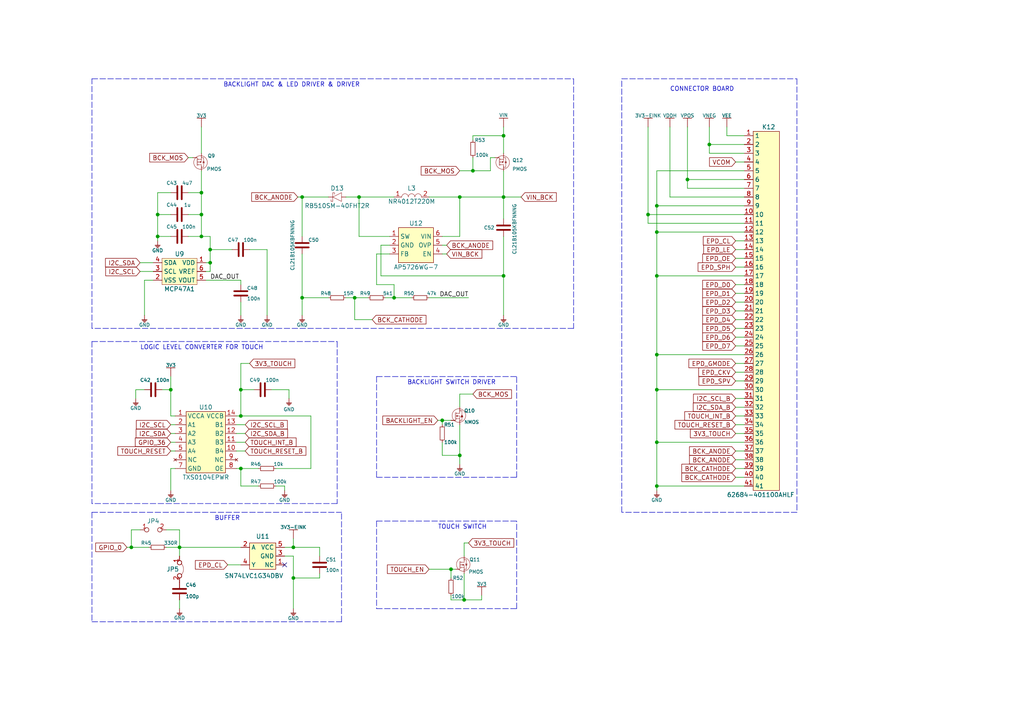
<source format=kicad_sch>
(kicad_sch (version 20211123) (generator eeschema)
  (paper "A4")
  (title_block (title "Soldered Inkplate PLUS2") (date "2023-04-13") (rev "V1.1.0.") (company "SOLDERED"))
  (lib_symbols
    (symbol "e-radionica.com schematics:0603C" (pin_numbers hide) (pin_names (offset 0.002))
      (property "Reference" "C" (at 0 3.81 0))
      (property "Value" "0603C" (at 0 -3.175 0))
      (symbol "0603C_0_1"
        (polyline (pts (xy -0.635 1.905) (xy -0.635 -1.905)) (stroke (width 0.5)))
        (polyline (pts (xy 0.635 1.905) (xy 0.635 -1.905)) (stroke (width 0.5)))
      )
      (symbol "0603C_1_1"
        (pin passive line (at -2.54 0 0) (length 1.9) (name "~") (number "1"))
        (pin passive line (at 2.54 0 180) (length 1.9) (name "~") (number "2"))
      )
    )
    (symbol "e-radionica.com schematics:0603R" (pin_numbers hide) (pin_names (offset 0.254))
      (property "Reference" "R" (at 0 1.27 0))
      (property "Value" "0603R" (at 0 -1.905 0))
      (symbol "0603R_0_1"
        (rectangle (start -1.905 0.635) (end 1.905 -0.635) (stroke (width 0.15)))
      )
      (symbol "0603R_1_1"
        (pin passive line (at -2.54 0 0) (length 0.63) (name "~") (number "1"))
        (pin passive line (at 2.54 0 180) (length 0.63) (name "~") (number "2"))
      )
    )
    (symbol "e-radionica.com schematics:0805C" (pin_numbers hide)
      (property "Reference" "C" (at 0 3.81 0))
      (property "Value" "0805C" (at 0 -3.175 0))
      (symbol "0805C_0_1"
        (polyline (pts (xy -0.635 1.905) (xy -0.635 -1.905)) (stroke (width 0.5)))
        (polyline (pts (xy 0.635 1.905) (xy 0.635 -1.905)) (stroke (width 0.5)))
      )
      (symbol "0805C_1_1"
        (pin passive line (at -2.54 0 0) (length 1.9) (name "~") (number "1"))
        (pin passive line (at 2.54 0 180) (length 1.9) (name "~") (number "2"))
      )
    )
    (symbol "e-radionica.com schematics:3V3" (power) (pin_names (offset 0))
      (property "Value" "3V3" (at 0 3.556 0))
      (symbol "3V3_0_1"
        (polyline (pts (xy -1.27 2.54) (xy 1.27 2.54)) (stroke (width 0.16)))
        (polyline (pts (xy 0 0) (xy 0 2.54)))
      )
      (symbol "3V3_1_1"
        (pin power_in line (at 0 0 90) (length 0) hide (name "3V3") (number "1"))
      )
    )
    (symbol "e-radionica.com schematics:3V3-EINK" (power) (pin_names (offset 0))
      (property "Value" "3V3-EINK" (at 0 3.556 0))
      (symbol "3V3-EINK_0_1"
        (polyline (pts (xy -1.27 2.54) (xy 1.27 2.54)) (stroke (width 0.16)))
        (polyline (pts (xy 0 0) (xy 0 2.54)))
      )
      (symbol "3V3-EINK_1_1"
        (pin power_in line (at 0 0 90) (length 0) hide (name "3V3-EINK") (number "1"))
      )
    )
    (symbol "e-radionica.com schematics:62684-401100AHLF"
      (property "Reference" "K" (at 0 52.07 0))
      (property "Value" "62684-401100AHLF" (at 0 -54.61 0))
      (symbol "62684-401100AHLF_0_1"
        (rectangle (start -3.81 50.8) (end 3.81 -53.34) (stroke (width 0.1524)) (fill (type background)))
      )
      (symbol "62684-401100AHLF_1_1"
        (pin input line (at -6.35 49.53 0) (length 2.54) (name "1") (number "1"))
        (pin input line (at -6.35 26.67 0) (length 2.54) (name "10") (number "10"))
        (pin input line (at -6.35 24.13 0) (length 2.54) (name "11") (number "11"))
        (pin input line (at -6.35 21.59 0) (length 2.54) (name "12") (number "12"))
        (pin input line (at -6.35 19.05 0) (length 2.54) (name "13") (number "13"))
        (pin input line (at -6.35 16.51 0) (length 2.54) (name "14") (number "14"))
        (pin input line (at -6.35 13.97 0) (length 2.54) (name "15") (number "15"))
        (pin input line (at -6.35 11.43 0) (length 2.54) (name "16") (number "16"))
        (pin input line (at -6.35 8.89 0) (length 2.54) (name "17") (number "17"))
        (pin input line (at -6.35 6.35 0) (length 2.54) (name "18") (number "18"))
        (pin input line (at -6.35 3.81 0) (length 2.54) (name "19") (number "19"))
        (pin input line (at -6.35 46.99 0) (length 2.54) (name "2") (number "2"))
        (pin input line (at -6.35 1.27 0) (length 2.54) (name "20") (number "20"))
        (pin input line (at -6.35 -1.27 0) (length 2.54) (name "21") (number "21"))
        (pin input line (at -6.35 -3.81 0) (length 2.54) (name "22") (number "22"))
        (pin input line (at -6.35 -6.35 0) (length 2.54) (name "23") (number "23"))
        (pin input line (at -6.35 -8.89 0) (length 2.54) (name "24") (number "24"))
        (pin input line (at -6.35 -11.43 0) (length 2.54) (name "25") (number "25"))
        (pin input line (at -6.35 -13.97 0) (length 2.54) (name "26") (number "26"))
        (pin input line (at -6.35 -16.51 0) (length 2.54) (name "27") (number "27"))
        (pin input line (at -6.35 -19.05 0) (length 2.54) (name "28") (number "28"))
        (pin input line (at -6.35 -21.59 0) (length 2.54) (name "29") (number "29"))
        (pin input line (at -6.35 44.45 0) (length 2.54) (name "3") (number "3"))
        (pin input line (at -6.35 -24.13 0) (length 2.54) (name "30") (number "30"))
        (pin input line (at -6.35 -26.67 0) (length 2.54) (name "31") (number "31"))
        (pin input line (at -6.35 -29.21 0) (length 2.54) (name "32") (number "32"))
        (pin input line (at -6.35 -31.75 0) (length 2.54) (name "33") (number "33"))
        (pin input line (at -6.35 -34.29 0) (length 2.54) (name "34") (number "34"))
        (pin input line (at -6.35 -36.83 0) (length 2.54) (name "35") (number "35"))
        (pin input line (at -6.35 -39.37 0) (length 2.54) (name "36") (number "36"))
        (pin input line (at -6.35 -41.91 0) (length 2.54) (name "37") (number "37"))
        (pin input line (at -6.35 -44.45 0) (length 2.54) (name "38") (number "38"))
        (pin input line (at -6.35 -46.99 0) (length 2.54) (name "39") (number "39"))
        (pin input line (at -6.35 41.91 0) (length 2.54) (name "4") (number "4"))
        (pin input line (at -6.35 -49.53 0) (length 2.54) (name "40") (number "40"))
        (pin input line (at -6.35 -52.07 0) (length 2.54) (name "41") (number "41"))
        (pin input line (at -6.35 39.37 0) (length 2.54) (name "5") (number "5"))
        (pin input line (at -6.35 36.83 0) (length 2.54) (name "6") (number "6"))
        (pin input line (at -6.35 34.29 0) (length 2.54) (name "7") (number "7"))
        (pin input line (at -6.35 31.75 0) (length 2.54) (name "8") (number "8"))
        (pin input line (at -6.35 29.21 0) (length 2.54) (name "9") (number "9"))
      )
    )
    (symbol "e-radionica.com schematics:AP5726WG-7"
      (property "Reference" "U" (at 0 6.35 0))
      (property "Value" "AP5726WG-7" (at 0 -6.35 0))
      (symbol "AP5726WG-7_0_1"
        (rectangle (start -5.08 5.08) (end 5.08 -5.08) (fill (type background)))
      )
      (symbol "AP5726WG-7_1_1"
        (pin passive line (at -7.62 2.54 0) (length 2.54) (name "SW") (number "1"))
        (pin passive line (at -7.62 0 0) (length 2.54) (name "GND") (number "2"))
        (pin passive line (at -7.62 -2.54 0) (length 2.54) (name "FB") (number "3"))
        (pin passive line (at 7.62 -2.54 180) (length 2.54) (name "EN") (number "4"))
        (pin passive line (at 7.62 0 180) (length 2.54) (name "OVP") (number "5"))
        (pin passive line (at 7.62 2.54 180) (length 2.54) (name "VIN") (number "6"))
      )
    )
    (symbol "e-radionica.com schematics:GND" (power) (pin_names (offset 0))
      (property "Value" "GND" (at 0 -2.921 0))
      (symbol "GND_0_1"
        (polyline (pts (xy -0.762 -1.27) (xy 0.762 -1.27)) (stroke (width 0.16)))
        (polyline (pts (xy -0.635 -1.524) (xy 0.635 -1.524)) (stroke (width 0.16)))
        (polyline (pts (xy -0.381 -1.778) (xy 0.381 -1.778)) (stroke (width 0.16)))
        (polyline (pts (xy -0.127 -2.032) (xy 0.127 -2.032)) (stroke (width 0.16)))
        (polyline (pts (xy 0 0) (xy 0 -1.27)) (stroke (width 0.16)))
      )
      (symbol "GND_1_1"
        (pin power_in line (at 0 0 270) (length 0) hide (name "GND") (number "1"))
      )
    )
    (symbol "e-radionica.com schematics:MCP47A1"
      (property "Reference" "U" (at 0 5.08 0))
      (property "Value" "MCP47A1" (at 0 -5.08 0))
      (symbol "MCP47A1_0_1"
        (rectangle (start -5.08 3.81) (end 5.08 -3.81) (stroke (width 0.1)) (fill (type background)))
      )
      (symbol "MCP47A1_1_1"
        (pin power_in line (at 7.62 2.54 180) (length 2.54) (name "VDD") (number "1"))
        (pin power_in line (at -7.62 -2.54 0) (length 2.54) (name "VSS") (number "2"))
        (pin bidirectional line (at -7.62 0 0) (length 2.54) (name "SCL") (number "3"))
        (pin bidirectional line (at -7.62 2.54 0) (length 2.54) (name "SDA") (number "4"))
        (pin bidirectional line (at 7.62 -2.54 180) (length 2.54) (name "VOUT") (number "5"))
        (pin bidirectional line (at 7.62 0 180) (length 2.54) (name "VREF") (number "6"))
      )
    )
    (symbol "e-radionica.com schematics:NMOS-SOT-23-3" (pin_numbers hide) (pin_names hide)
      (property "Reference" "Q" (at -1.143 2.921 0))
      (property "Value" "NMOS-SOT-23-3" (at 1.524 -3.937 0))
      (symbol "NMOS-SOT-23-3_0_1"
        (polyline (pts (xy 0 -1.27) (xy 0 1.016)) (stroke (width 0.1)))
        (polyline (pts (xy 0.254 -1.016) (xy 0.254 -0.508)) (stroke (width 0.1)))
        (polyline (pts (xy 0.254 -0.762) (xy 1.27 -0.762)) (stroke (width 0.1)))
        (polyline (pts (xy 0.254 -0.254) (xy 0.254 0.254)) (stroke (width 0.1)))
        (polyline (pts (xy 0.254 0.762) (xy 1.27 0.762)) (stroke (width 0.1)))
        (polyline (pts (xy 0.254 1.016) (xy 0.254 0.508)) (stroke (width 0.1)))
        (polyline (pts (xy 1.27 -1.27) (xy 1.27 -0.762)) (stroke (width 0.1)))
        (polyline (pts (xy 1.27 0.762) (xy 1.27 1.27)) (stroke (width 0.1)))
        (polyline (pts (xy 1.651 -0.254) (xy 1.905 0.127)) (stroke (width 0.2)))
        (polyline (pts (xy 1.651 0.127) (xy 2.159 0.127)) (stroke (width 0.0006)))
        (polyline (pts (xy 0.254 0) (xy 1.27 0) (xy 1.27 -0.762)) (stroke (width 0.1)))
        (polyline (pts (xy 1.651 -0.254) (xy 2.159 -0.254) (xy 1.905 0.127)) (stroke (width 0.2)))
        (polyline (pts (xy 0.381 0) (xy 0.635 0.254) (xy 0.635 -0.254) (xy 0.381 0)) (stroke (width 0.1)))
        (polyline (pts (xy 1.27 -1.27) (xy 1.905 -1.27) (xy 1.905 1.524) (xy 1.27 1.524)) (stroke (width 0.1)))
        (circle (center 1.016 0.127) (radius 1.9716) (stroke (width 0.1)))
      )
      (symbol "NMOS-SOT-23-3_1_1"
        (pin passive line (at -1.27 -1.27 0) (length 1.27) (name "G") (number "1"))
        (pin passive line (at 1.27 -2.54 90) (length 1.27) (name "S") (number "2"))
        (pin passive line (at 1.27 2.54 270) (length 1.27) (name "D") (number "3"))
      )
    )
    (symbol "e-radionica.com schematics:NR4012T220M"
      (property "Reference" "L" (at 0 2.54 0))
      (property "Value" "NR4012T220M" (at 0 -1.27 0))
      (symbol "NR4012T220M_0_1"
        (arc (start -0.9525 0.0138) (mid -1.905 0.9526) (end -2.8575 0.0138) (stroke (width 0.1)))
        (arc (start 0.9525 0.0138) (mid 0 0.9526) (end -0.9525 0.0138) (stroke (width 0.1)))
        (arc (start 2.8575 0.0138) (mid 1.905 0.9526) (end 0.9525 0.0138) (stroke (width 0.1)))
      )
      (symbol "NR4012T220M_1_1"
        (pin passive line (at -5.08 0 0) (length 2.2) (name "") (number "1"))
        (pin passive line (at 5.08 0 180) (length 2.2) (name "") (number "2"))
      )
    )
    (symbol "e-radionica.com schematics:PMOS-SOT-23-3" (pin_numbers hide) (pin_names hide)
      (property "Reference" "Q" (at -1.27 2.54 0))
      (property "Value" "PMOS-SOT-23-3" (at 0.381 -4.064 0))
      (symbol "PMOS-SOT-23-3_0_1"
        (polyline (pts (xy 0 -1.27) (xy 0 1.016)) (stroke (width 0.1)))
        (polyline (pts (xy 0.254 -1.016) (xy 0.254 -0.508)) (stroke (width 0.1)))
        (polyline (pts (xy 0.254 -0.762) (xy 1.27 -0.762)) (stroke (width 0.1)))
        (polyline (pts (xy 0.254 -0.254) (xy 0.254 0.254)) (stroke (width 0.1)))
        (polyline (pts (xy 0.254 0.762) (xy 1.27 0.762)) (stroke (width 0.1)))
        (polyline (pts (xy 0.254 1.016) (xy 0.254 0.508)) (stroke (width 0.1)))
        (polyline (pts (xy 1.27 -1.27) (xy 1.27 -0.762)) (stroke (width 0.1)))
        (polyline (pts (xy 1.27 0.762) (xy 1.27 1.27)) (stroke (width 0.1)))
        (polyline (pts (xy 2.159 -0.127) (xy 1.651 -0.127)) (stroke (width 0.1)))
        (polyline (pts (xy 2.159 0.254) (xy 1.905 -0.127)) (stroke (width 0.1)))
        (polyline (pts (xy 0.254 0) (xy 1.27 0) (xy 1.27 -0.762)) (stroke (width 0.1)))
        (polyline (pts (xy 2.159 0.254) (xy 1.651 0.254) (xy 1.905 -0.127)) (stroke (width 0.1)))
        (polyline (pts (xy 1.143 0) (xy 0.889 -0.254) (xy 0.889 0.254) (xy 1.143 0)) (stroke (width 0.1)))
        (polyline (pts (xy 1.27 -1.27) (xy 1.905 -1.27) (xy 1.905 1.524) (xy 1.27 1.524)) (stroke (width 0.1)))
        (circle (center 1.016 0.127) (radius 1.9716) (stroke (width 0.1)))
      )
      (symbol "PMOS-SOT-23-3_1_1"
        (pin passive line (at -1.27 -1.27 0) (length 1.27) (name "G") (number "1"))
        (pin passive line (at 1.27 -2.54 90) (length 1.27) (name "S") (number "2"))
        (pin passive line (at 1.27 2.54 270) (length 1.27) (name "D") (number "3"))
      )
    )
    (symbol "e-radionica.com schematics:RB510SM-40FHT2R" (pin_numbers hide) (pin_names hide)
      (property "Reference" "D" (at 0 2.54 0))
      (property "Value" "RB510SM-40FHT2R" (at 0 3.81 0))
      (symbol "RB510SM-40FHT2R_0_1"
        (polyline (pts (xy -1.27 1.27) (xy -1.27 -1.27) (xy 1.27 0) (xy -1.27 1.27)) (stroke (width 0.1)))
        (polyline (pts (xy 1.27 1.27) (xy 1.27 -1.27) (xy 0.762 -1.27) (xy 0.762 -0.762)) (stroke (width 0.1)))
        (polyline (pts (xy 1.27 1.27) (xy 1.778 1.27) (xy 1.778 0.762) (xy 1.778 1.016)) (stroke (width 0.1)))
      )
      (symbol "RB510SM-40FHT2R_1_1"
        (pin passive line (at -2.54 0 0) (length 1.27) (name "A") (number "1"))
        (pin passive line (at 2.54 0 180) (length 1.27) (name "K") (number "2"))
      )
    )
    (symbol "e-radionica.com schematics:SMD-JUMPER-CONNECTED_TRACE_SOLDERMASK"
      (property "Reference" "JP" (at 0 3.556 0))
      (property "Value" "SMD-JUMPER-CONNECTED_TRACE_SOLDERMASK" (at 0 -2.54 0))
      (symbol "SMD-JUMPER-CONNECTED_TRACE_SOLDERMASK_0_1"
        (arc (start 1.5845 0.5996) (mid -0.0202 1.1519) (end -1.6159 0.5742) (stroke (width 0.1)))
      )
      (symbol "SMD-JUMPER-CONNECTED_TRACE_SOLDERMASK_1_1"
        (pin passive inverted (at -3.81 0 0) (length 2.54) (name "") (number "1"))
        (pin passive inverted (at 3.81 0 180) (length 2.54) (name "") (number "2"))
      )
    )
    (symbol "e-radionica.com schematics:SMD_JUMPER"
      (property "Reference" "JP" (at 0 1.397 0))
      (property "Value" "SMD_JUMPER" (at 0 -2.54 0))
      (symbol "SMD_JUMPER_1_1"
        (pin passive inverted (at -3.81 0 0) (length 2.54) (name "") (number "1"))
        (pin passive inverted (at 3.81 0 180) (length 2.54) (name "") (number "2"))
      )
    )
    (symbol "e-radionica.com schematics:SN74LVC1G34DBV"
      (property "Reference" "U" (at -2.54 5.08 0))
      (property "Value" "SN74LVC1G34DBV" (at -1.27 7.62 0))
      (symbol "SN74LVC1G34DBV_0_0"
        (rectangle (start -3.81 3.81) (end 3.81 -3.81) (fill (type background)))
      )
      (symbol "SN74LVC1G34DBV_1_1"
        (pin passive line (at 6.35 -2.54 180) (length 2.54) (name "NC") (number "1"))
        (pin passive line (at -6.35 2.54 0) (length 2.54) (name "A") (number "2"))
        (pin passive line (at 6.35 0 180) (length 2.54) (name "GND") (number "3"))
        (pin passive line (at -6.35 -2.54 0) (length 2.54) (name "Y") (number "4"))
        (pin passive line (at 6.35 2.54 180) (length 2.54) (name "VCC") (number "5"))
      )
    )
    (symbol "e-radionica.com schematics:TXS0104EPWR"
      (property "Reference" "U" (at 0 10.16 0))
      (property "Value" "TXS0104EPWR" (at 0 -10.16 0))
      (symbol "TXS0104EPWR_0_1"
        (rectangle (start -5.715 8.89) (end 5.715 -8.89) (fill (type background)))
      )
      (symbol "TXS0104EPWR_1_1"
        (pin power_in line (at -8.89 7.62 0) (length 3.1) (name "VCCA") (number "1"))
        (pin passive line (at 8.89 -2.54 180) (length 3.1) (name "B4") (number "10"))
        (pin passive line (at 8.89 0 180) (length 3.1) (name "B3") (number "11"))
        (pin passive line (at 8.89 2.54 180) (length 3.1) (name "B2") (number "12"))
        (pin passive line (at 8.89 5.08 180) (length 3.1) (name "B1") (number "13"))
        (pin power_out line (at 8.89 7.62 180) (length 3.1) (name "VCCB") (number "14"))
        (pin passive line (at -8.89 5.08 0) (length 3.1) (name "A1") (number "2"))
        (pin passive line (at -8.89 2.54 0) (length 3.1) (name "A2") (number "3"))
        (pin passive line (at -8.89 0 0) (length 3.1) (name "A3") (number "4"))
        (pin passive line (at -8.89 -2.54 0) (length 3.1) (name "A4") (number "5"))
        (pin no_connect line (at -8.89 -5.08 0) (length 3.1) (name "NC") (number "6"))
        (pin passive line (at -8.89 -7.62 0) (length 3.1) (name "GND") (number "7"))
        (pin passive line (at 8.89 -7.62 180) (length 3.1) (name "OE") (number "8"))
        (pin no_connect line (at 8.89 -5.08 180) (length 3.1) (name "NC") (number "9"))
      )
    )
    (symbol "e-radionica.com schematics:VDDH" (power) (pin_names (offset 0))
      (property "Value" "VDDH" (at 0 3.556 0))
      (symbol "VDDH_0_1"
        (polyline (pts (xy -1.27 2.54) (xy 1.27 2.54)) (stroke (width 0.16)))
        (polyline (pts (xy 0 0) (xy 0 2.54)))
      )
      (symbol "VDDH_1_1"
        (pin power_in line (at 0 0 90) (length 0) hide (name "VDDH") (number "1"))
      )
    )
    (symbol "e-radionica.com schematics:VEE" (power) (pin_names (offset 0))
      (property "Value" "VEE" (at 0 3.556 0))
      (symbol "VEE_0_1"
        (polyline (pts (xy -1.27 2.54) (xy 1.27 2.54)) (stroke (width 0.16)))
        (polyline (pts (xy 0 0) (xy 0 2.54)))
      )
      (symbol "VEE_1_1"
        (pin power_in line (at 0 0 90) (length 0) hide (name "VEE") (number "1"))
      )
    )
    (symbol "e-radionica.com schematics:VIN" (power) (pin_names (offset 0))
      (property "Value" "VIN" (at 0 3.556 0))
      (symbol "VIN_0_1"
        (polyline (pts (xy -1.27 2.54) (xy 1.27 2.54)) (stroke (width 0.16)))
        (polyline (pts (xy 0 0) (xy 0 2.54)))
      )
      (symbol "VIN_1_1"
        (pin power_in line (at 0 0 90) (length 0) hide (name "VIN") (number "1"))
      )
    )
    (symbol "e-radionica.com schematics:VNEG" (power) (pin_names (offset 0))
      (property "Value" "VNEG" (at 0 3.556 0))
      (symbol "VNEG_0_1"
        (polyline (pts (xy -1.27 2.54) (xy 1.27 2.54)) (stroke (width 0.16)))
        (polyline (pts (xy 0 0) (xy 0 2.54)))
      )
      (symbol "VNEG_1_1"
        (pin power_in line (at 0 0 90) (length 0) hide (name "VNEG") (number "1"))
      )
    )
    (symbol "e-radionica.com schematics:VPOS" (power) (pin_names (offset 0))
      (property "Value" "VPOS" (at 0 3.556 0))
      (symbol "VPOS_0_1"
        (polyline (pts (xy -1.27 2.54) (xy 1.27 2.54)) (stroke (width 0.16)))
        (polyline (pts (xy 0 0) (xy 0 2.54)))
      )
      (symbol "VPOS_1_1"
        (pin power_in line (at 0 0 90) (length 0) hide (name "VPOS") (number "1"))
      )
    )
  )
  (junction (at 58.42 62.23))
  (junction (at 190.5 67.31))
  (junction (at 60.96 76.2))
  (junction (at 199.39 52.07))
  (junction (at 146.05 80.01))
  (junction (at 190.5 59.69))
  (junction (at 190.5 102.87))
  (junction (at 38.1 158.75))
  (junction (at 205.74 41.91))
  (junction (at 87.63 86.36))
  (junction (at 190.5 113.03))
  (junction (at 190.5 80.01))
  (junction (at 134.62 173.99))
  (junction (at 58.42 55.88))
  (junction (at 146.05 39.37))
  (junction (at 69.85 135.89))
  (junction (at 60.96 72.39))
  (junction (at 137.16 49.53))
  (junction (at 133.35 57.15))
  (junction (at 58.42 68.58))
  (junction (at 69.85 113.03))
  (junction (at 130.81 165.1))
  (junction (at 128.27 121.92))
  (junction (at 146.05 57.15))
  (junction (at 69.85 120.65))
  (junction (at 187.96 62.23))
  (junction (at 45.72 68.58))
  (junction (at 114.3 86.36))
  (junction (at 87.63 57.15))
  (junction (at 190.5 128.27))
  (junction (at 52.07 158.75))
  (junction (at 102.87 86.36))
  (junction (at 85.09 158.75))
  (junction (at 190.5 140.97))
  (junction (at 85.09 167.64))
  (junction (at 104.14 57.15))
  (junction (at 133.35 132.08))
  (junction (at 45.72 62.23))
  (junction (at 49.53 113.03))
  (no_connect (at 82.55 163.83))
  (wire (pts (xy 111.76 86.36) (xy 114.3 86.36)))
  (wire (pts (xy 114.3 86.36) (xy 119.38 86.36)))
  (wire (pts (xy 85.09 167.64) (xy 92.71 167.64)))
  (wire (pts (xy 215.9 49.53) (xy 190.5 49.53)))
  (wire (pts (xy 130.81 172.72) (xy 130.81 173.99)))
  (wire (pts (xy 48.26 158.75) (xy 52.07 158.75)))
  (wire (pts (xy 146.05 57.15) (xy 146.05 49.53)))
  (wire (pts (xy 68.58 135.89) (xy 69.85 135.89)))
  (wire (pts (xy 199.39 52.07) (xy 215.9 52.07)))
  (wire (pts (xy 49.53 125.73) (xy 50.8 125.73)))
  (wire (pts (xy 143.51 45.72) (xy 142.24 45.72)))
  (wire (pts (xy 199.39 54.61) (xy 199.39 52.07)))
  (wire (pts (xy 133.35 68.58) (xy 133.35 57.15)))
  (wire (pts (xy 213.36 74.93) (xy 215.9 74.93)))
  (wire (pts (xy 46.99 113.03) (xy 49.53 113.03)))
  (wire (pts (xy 50.8 120.65) (xy 49.53 120.65)))
  (wire (pts (xy 102.87 92.71) (xy 102.87 86.36)))
  (polyline (pts (xy 231.14 22.86) (xy 231.14 148.59)))
  (wire (pts (xy 85.09 158.75) (xy 92.71 158.75)))
  (polyline (pts (xy 149.86 176.53) (xy 149.86 151.13)))
  (wire (pts (xy 85.09 161.29) (xy 85.09 167.64)))
  (polyline (pts (xy 180.34 148.59) (xy 180.34 22.86)))
  (polyline (pts (xy 26.67 99.06) (xy 26.67 146.05)))
  (wire (pts (xy 133.35 123.19) (xy 133.35 132.08)))
  (wire (pts (xy 92.71 166.37) (xy 92.71 167.64)))
  (wire (pts (xy 213.36 85.09) (xy 215.9 85.09)))
  (wire (pts (xy 137.16 39.37) (xy 146.05 39.37)))
  (wire (pts (xy 210.82 39.37) (xy 215.9 39.37)))
  (wire (pts (xy 213.36 120.65) (xy 215.9 120.65)))
  (wire (pts (xy 40.64 153.67) (xy 38.1 153.67)))
  (polyline (pts (xy 26.67 148.59) (xy 26.67 180.34)))
  (wire (pts (xy 68.58 125.73) (xy 71.12 125.73)))
  (wire (pts (xy 49.53 113.03) (xy 49.53 120.65)))
  (polyline (pts (xy 26.67 22.86) (xy 166.37 22.86)))
  (wire (pts (xy 137.16 45.72) (xy 137.16 49.53)))
  (wire (pts (xy 213.36 97.79) (xy 215.9 97.79)))
  (wire (pts (xy 146.05 36.83) (xy 146.05 39.37)))
  (wire (pts (xy 190.5 80.01) (xy 190.5 102.87)))
  (wire (pts (xy 58.42 49.53) (xy 58.42 55.88)))
  (wire (pts (xy 130.81 165.1) (xy 132.08 165.1)))
  (polyline (pts (xy 166.37 22.86) (xy 166.37 95.25)))
  (wire (pts (xy 49.53 142.24) (xy 49.53 135.89)))
  (wire (pts (xy 146.05 57.15) (xy 151.13 57.15)))
  (polyline (pts (xy 109.22 138.43) (xy 149.86 138.43)))
  (wire (pts (xy 134.62 161.29) (xy 134.62 157.48)))
  (wire (pts (xy 146.05 39.37) (xy 146.05 44.45)))
  (wire (pts (xy 109.22 73.66) (xy 109.22 82.55)))
  (wire (pts (xy 213.36 87.63) (xy 215.9 87.63)))
  (polyline (pts (xy 109.22 109.22) (xy 109.22 138.43)))
  (wire (pts (xy 48.26 153.67) (xy 52.07 153.67)))
  (wire (pts (xy 58.42 62.23) (xy 58.42 68.58)))
  (wire (pts (xy 80.01 140.97) (xy 82.55 140.97)))
  (wire (pts (xy 82.55 161.29) (xy 85.09 161.29)))
  (wire (pts (xy 58.42 68.58) (xy 60.96 68.58)))
  (wire (pts (xy 190.5 128.27) (xy 190.5 140.97)))
  (wire (pts (xy 87.63 86.36) (xy 87.63 91.44)))
  (wire (pts (xy 128.27 71.12) (xy 129.54 71.12)))
  (wire (pts (xy 215.9 140.97) (xy 190.5 140.97)))
  (wire (pts (xy 82.55 142.24) (xy 82.55 140.97)))
  (polyline (pts (xy 180.34 22.86) (xy 231.14 22.86)))
  (wire (pts (xy 38.1 158.75) (xy 43.18 158.75)))
  (wire (pts (xy 86.36 57.15) (xy 87.63 57.15)))
  (wire (pts (xy 146.05 68.58) (xy 146.05 80.01)))
  (wire (pts (xy 130.81 173.99) (xy 134.62 173.99)))
  (wire (pts (xy 68.58 123.19) (xy 71.12 123.19)))
  (wire (pts (xy 49.53 128.27) (xy 50.8 128.27)))
  (polyline (pts (xy 26.67 148.59) (xy 99.06 148.59)))
  (wire (pts (xy 100.33 57.15) (xy 104.14 57.15)))
  (wire (pts (xy 87.63 57.15) (xy 95.25 57.15)))
  (wire (pts (xy 85.09 156.21) (xy 85.09 158.75)))
  (wire (pts (xy 213.36 125.73) (xy 215.9 125.73)))
  (wire (pts (xy 133.35 49.53) (xy 137.16 49.53)))
  (wire (pts (xy 54.61 55.88) (xy 58.42 55.88)))
  (wire (pts (xy 69.85 120.65) (xy 69.85 113.03)))
  (wire (pts (xy 128.27 128.27) (xy 128.27 132.08)))
  (wire (pts (xy 134.62 166.37) (xy 134.62 173.99)))
  (wire (pts (xy 190.5 59.69) (xy 215.9 59.69)))
  (polyline (pts (xy 26.67 99.06) (xy 97.79 99.06)))
  (wire (pts (xy 190.5 113.03) (xy 190.5 128.27)))
  (wire (pts (xy 187.96 62.23) (xy 187.96 36.83)))
  (wire (pts (xy 87.63 57.15) (xy 87.63 68.58)))
  (wire (pts (xy 39.37 115.57) (xy 39.37 113.03)))
  (wire (pts (xy 69.85 135.89) (xy 74.93 135.89)))
  (wire (pts (xy 128.27 68.58) (xy 133.35 68.58)))
  (wire (pts (xy 213.36 107.95) (xy 215.9 107.95)))
  (wire (pts (xy 187.96 62.23) (xy 215.9 62.23)))
  (wire (pts (xy 133.35 114.3) (xy 133.35 118.11)))
  (wire (pts (xy 133.35 57.15) (xy 146.05 57.15)))
  (wire (pts (xy 58.42 36.83) (xy 58.42 44.45)))
  (polyline (pts (xy 97.79 99.06) (xy 97.79 146.05)))
  (wire (pts (xy 85.09 167.64) (xy 85.09 176.53)))
  (wire (pts (xy 58.42 55.88) (xy 58.42 62.23)))
  (wire (pts (xy 69.85 113.03) (xy 73.66 113.03)))
  (wire (pts (xy 137.16 49.53) (xy 142.24 49.53)))
  (wire (pts (xy 83.82 115.57) (xy 83.82 113.03)))
  (wire (pts (xy 36.83 158.75) (xy 38.1 158.75)))
  (wire (pts (xy 39.37 113.03) (xy 41.91 113.03)))
  (wire (pts (xy 69.85 105.41) (xy 69.85 113.03)))
  (wire (pts (xy 213.36 95.25) (xy 215.9 95.25)))
  (wire (pts (xy 199.39 54.61) (xy 215.9 54.61)))
  (wire (pts (xy 194.31 57.15) (xy 215.9 57.15)))
  (wire (pts (xy 124.46 165.1) (xy 130.81 165.1)))
  (wire (pts (xy 137.16 114.3) (xy 133.35 114.3)))
  (wire (pts (xy 52.07 158.75) (xy 52.07 161.29)))
  (wire (pts (xy 128.27 121.92) (xy 130.81 121.92)))
  (wire (pts (xy 107.95 92.71) (xy 102.87 92.71)))
  (wire (pts (xy 213.36 77.47) (xy 215.9 77.47)))
  (polyline (pts (xy 109.22 176.53) (xy 149.86 176.53)))
  (wire (pts (xy 44.45 81.28) (xy 41.91 81.28)))
  (wire (pts (xy 213.36 133.35) (xy 215.9 133.35)))
  (wire (pts (xy 109.22 82.55) (xy 114.3 82.55)))
  (wire (pts (xy 60.96 72.39) (xy 67.31 72.39)))
  (wire (pts (xy 110.49 71.12) (xy 113.03 71.12)))
  (wire (pts (xy 213.36 115.57) (xy 215.9 115.57)))
  (wire (pts (xy 87.63 86.36) (xy 95.25 86.36)))
  (wire (pts (xy 52.07 173.99) (xy 52.07 176.53)))
  (wire (pts (xy 213.36 130.81) (xy 215.9 130.81)))
  (wire (pts (xy 50.8 123.19) (xy 49.53 123.19)))
  (wire (pts (xy 190.5 140.97) (xy 190.5 142.24)))
  (wire (pts (xy 210.82 39.37) (xy 210.82 36.83)))
  (wire (pts (xy 60.96 76.2) (xy 60.96 72.39)))
  (wire (pts (xy 213.36 110.49) (xy 215.9 110.49)))
  (wire (pts (xy 110.49 80.01) (xy 146.05 80.01)))
  (wire (pts (xy 205.74 41.91) (xy 205.74 36.83)))
  (wire (pts (xy 190.5 67.31) (xy 215.9 67.31)))
  (wire (pts (xy 146.05 57.15) (xy 146.05 63.5)))
  (wire (pts (xy 78.74 113.03) (xy 83.82 113.03)))
  (wire (pts (xy 80.01 135.89) (xy 90.17 135.89)))
  (wire (pts (xy 104.14 57.15) (xy 114.3 57.15)))
  (wire (pts (xy 190.5 59.69) (xy 190.5 67.31)))
  (wire (pts (xy 215.9 64.77) (xy 187.96 64.77)))
  (wire (pts (xy 205.74 44.45) (xy 205.74 41.91)))
  (wire (pts (xy 59.69 78.74) (xy 60.96 78.74)))
  (wire (pts (xy 104.14 68.58) (xy 104.14 57.15)))
  (wire (pts (xy 213.36 123.19) (xy 215.9 123.19)))
  (wire (pts (xy 213.36 135.89) (xy 215.9 135.89)))
  (wire (pts (xy 124.46 57.15) (xy 133.35 57.15)))
  (wire (pts (xy 52.07 158.75) (xy 69.85 158.75)))
  (wire (pts (xy 90.17 135.89) (xy 90.17 120.65)))
  (wire (pts (xy 133.35 132.08) (xy 133.35 134.62)))
  (polyline (pts (xy 26.67 95.25) (xy 26.67 22.86)))
  (wire (pts (xy 45.72 68.58) (xy 49.53 68.58)))
  (wire (pts (xy 38.1 153.67) (xy 38.1 158.75)))
  (wire (pts (xy 137.16 39.37) (xy 137.16 40.64)))
  (wire (pts (xy 100.33 86.36) (xy 102.87 86.36)))
  (polyline (pts (xy 166.37 95.25) (xy 26.67 95.25)))
  (wire (pts (xy 187.96 64.77) (xy 187.96 62.23)))
  (wire (pts (xy 213.36 72.39) (xy 215.9 72.39)))
  (wire (pts (xy 134.62 157.48) (xy 135.89 157.48)))
  (wire (pts (xy 60.96 78.74) (xy 60.96 76.2)))
  (wire (pts (xy 60.96 72.39) (xy 60.96 68.58)))
  (wire (pts (xy 113.03 68.58) (xy 104.14 68.58)))
  (wire (pts (xy 128.27 121.92) (xy 128.27 123.19)))
  (wire (pts (xy 68.58 128.27) (xy 71.12 128.27)))
  (wire (pts (xy 205.74 41.91) (xy 215.9 41.91)))
  (wire (pts (xy 45.72 62.23) (xy 49.53 62.23)))
  (polyline (pts (xy 231.14 148.59) (xy 180.34 148.59)))
  (polyline (pts (xy 109.22 151.13) (xy 109.22 176.53)))
  (wire (pts (xy 109.22 73.66) (xy 113.03 73.66)))
  (wire (pts (xy 142.24 45.72) (xy 142.24 49.53)))
  (polyline (pts (xy 26.67 180.34) (xy 99.06 180.34)))
  (polyline (pts (xy 149.86 138.43) (xy 149.86 109.22)))
  (wire (pts (xy 199.39 52.07) (xy 199.39 36.83)))
  (polyline (pts (xy 109.22 151.13) (xy 149.86 151.13)))
  (polyline (pts (xy 99.06 180.34) (xy 99.06 148.59)))
  (wire (pts (xy 59.69 76.2) (xy 60.96 76.2)))
  (wire (pts (xy 190.5 67.31) (xy 190.5 80.01)))
  (wire (pts (xy 205.74 44.45) (xy 215.9 44.45)))
  (wire (pts (xy 49.53 109.22) (xy 49.53 113.03)))
  (wire (pts (xy 213.36 46.99) (xy 215.9 46.99)))
  (wire (pts (xy 134.62 173.99) (xy 139.7 173.99)))
  (polyline (pts (xy 97.79 146.05) (xy 26.67 146.05)))
  (wire (pts (xy 87.63 73.66) (xy 87.63 86.36)))
  (wire (pts (xy 77.47 91.44) (xy 77.47 72.39)))
  (wire (pts (xy 45.72 55.88) (xy 45.72 62.23)))
  (wire (pts (xy 128.27 73.66) (xy 129.54 73.66)))
  (wire (pts (xy 128.27 132.08) (xy 133.35 132.08)))
  (wire (pts (xy 69.85 87.63) (xy 69.85 91.44)))
  (wire (pts (xy 102.87 86.36) (xy 106.68 86.36)))
  (wire (pts (xy 59.69 81.28) (xy 69.85 81.28)))
  (wire (pts (xy 68.58 120.65) (xy 69.85 120.65)))
  (wire (pts (xy 190.5 49.53) (xy 190.5 59.69)))
  (wire (pts (xy 213.36 90.17) (xy 215.9 90.17)))
  (wire (pts (xy 45.72 69.85) (xy 45.72 68.58)))
  (wire (pts (xy 213.36 118.11) (xy 215.9 118.11)))
  (wire (pts (xy 146.05 80.01) (xy 146.05 91.44)))
  (wire (pts (xy 110.49 71.12) (xy 110.49 80.01)))
  (polyline (pts (xy 109.22 109.22) (xy 149.86 109.22)))
  (wire (pts (xy 92.71 158.75) (xy 92.71 161.29)))
  (wire (pts (xy 54.61 62.23) (xy 58.42 62.23)))
  (wire (pts (xy 213.36 138.43) (xy 215.9 138.43)))
  (wire (pts (xy 40.64 76.2) (xy 44.45 76.2)))
  (wire (pts (xy 69.85 140.97) (xy 69.85 135.89)))
  (wire (pts (xy 90.17 120.65) (xy 69.85 120.65)))
  (wire (pts (xy 72.39 72.39) (xy 77.47 72.39)))
  (wire (pts (xy 139.7 172.72) (xy 139.7 173.99)))
  (wire (pts (xy 49.53 135.89) (xy 50.8 135.89)))
  (wire (pts (xy 69.85 82.55) (xy 69.85 81.28)))
  (wire (pts (xy 74.93 140.97) (xy 69.85 140.97)))
  (wire (pts (xy 40.64 78.74) (xy 44.45 78.74)))
  (wire (pts (xy 213.36 100.33) (xy 215.9 100.33)))
  (wire (pts (xy 215.9 80.01) (xy 190.5 80.01)))
  (wire (pts (xy 72.39 105.41) (xy 69.85 105.41)))
  (wire (pts (xy 127 121.92) (xy 128.27 121.92)))
  (wire (pts (xy 66.04 163.83) (xy 69.85 163.83)))
  (wire (pts (xy 45.72 62.23) (xy 45.72 68.58)))
  (wire (pts (xy 52.07 153.67) (xy 52.07 158.75)))
  (wire (pts (xy 213.36 105.41) (xy 215.9 105.41)))
  (wire (pts (xy 213.36 69.85) (xy 215.9 69.85)))
  (wire (pts (xy 54.61 68.58) (xy 58.42 68.58)))
  (wire (pts (xy 215.9 128.27) (xy 190.5 128.27)))
  (wire (pts (xy 124.46 86.36) (xy 135.89 86.36)))
  (wire (pts (xy 213.36 92.71) (xy 215.9 92.71)))
  (wire (pts (xy 85.09 158.75) (xy 82.55 158.75)))
  (wire (pts (xy 215.9 113.03) (xy 190.5 113.03)))
  (wire (pts (xy 54.61 45.72) (xy 55.88 45.72)))
  (wire (pts (xy 194.31 36.83) (xy 194.31 57.15)))
  (wire (pts (xy 114.3 82.55) (xy 114.3 86.36)))
  (wire (pts (xy 190.5 102.87) (xy 190.5 113.03)))
  (wire (pts (xy 49.53 130.81) (xy 50.8 130.81)))
  (wire (pts (xy 213.36 82.55) (xy 215.9 82.55)))
  (wire (pts (xy 130.81 167.64) (xy 130.81 165.1)))
  (wire (pts (xy 41.91 81.28) (xy 41.91 91.44)))
  (wire (pts (xy 215.9 102.87) (xy 190.5 102.87)))
  (wire (pts (xy 45.72 55.88) (xy 49.53 55.88)))
  (wire (pts (xy 68.58 130.81) (xy 71.12 130.81)))
  (text "BACKLIGHT DAC & LED DRIVER & DRIVER" (at 64.77 25.4 0) (effects (font (size 1.27 1.27)) (justify left bottom)))
  (text "TOUCH SWITCH" (at 127 153.67 0) (effects (font (size 1.27 1.27)) (justify left bottom)))
  (text "LOGIC LEVEL CONVERTER FOR TOUCH" (at 40.64 101.6 0) (effects (font (size 1.27 1.27)) (justify left bottom)))
  (text "CONNECTOR BOARD\n" (at 194.31 26.67 0) (effects (font (size 1.27 1.27)) (justify left bottom)))
  (text "BACKLIGHT SWITCH DRIVER" (at 118.11 111.76 0) (effects (font (size 1.27 1.27)) (justify left bottom)))
  (text "BUFFER" (at 62.23 151.13 0) (effects (font (size 1.27 1.27)) (justify left bottom)))
  (label "DAC_OUT" (at 60.96 81.28 0))
  (label "DAC_OUT" (at 135.89 86.36 180))
  (global_label "I2C_SCL" (shape input) (at 40.64 78.74 180) (property "Intersheet References" "${INTERSHEET_REFS}" (effects hide)))
  (global_label "BCK_CATHODE" (shape input) (at 107.95 92.71 0) (property "Intersheet References" "${INTERSHEET_REFS}" (effects hide)))
  (global_label "TOUCH_RESET_B" (shape input) (at 213.36 123.19 180) (property "Intersheet References" "${INTERSHEET_REFS}" (effects hide)))
  (global_label "BCK_MOS" (shape input) (at 54.61 45.72 180) (property "Intersheet References" "${INTERSHEET_REFS}" (effects hide)))
  (global_label "BCK_CATHODE" (shape input) (at 213.36 135.89 180) (property "Intersheet References" "${INTERSHEET_REFS}" (effects hide)))
  (global_label "EPD_D4" (shape input) (at 213.36 92.71 180) (property "Intersheet References" "${INTERSHEET_REFS}" (effects hide)))
  (global_label "EPD_LE" (shape input) (at 213.36 72.39 180) (property "Intersheet References" "${INTERSHEET_REFS}" (effects hide)))
  (global_label "VIN_BCK" (shape input) (at 129.54 73.66 0) (property "Intersheet References" "${INTERSHEET_REFS}" (effects hide)))
  (global_label "BCK_MOS" (shape input) (at 137.16 114.3 0) (property "Intersheet References" "${INTERSHEET_REFS}" (effects hide)))
  (global_label "EPD_D0" (shape input) (at 213.36 82.55 180) (property "Intersheet References" "${INTERSHEET_REFS}" (effects hide)))
  (global_label "GPIO_0" (shape input) (at 36.83 158.75 180) (property "Intersheet References" "${INTERSHEET_REFS}" (effects hide)))
  (global_label "I2C_SDA" (shape input) (at 49.53 125.73 180) (property "Intersheet References" "${INTERSHEET_REFS}" (effects hide)))
  (global_label "TOUCH_EN" (shape input) (at 124.46 165.1 180) (property "Intersheet References" "${INTERSHEET_REFS}" (effects hide)))
  (global_label "3V3_TOUCH" (shape input) (at 135.89 157.48 0) (property "Intersheet References" "${INTERSHEET_REFS}" (effects hide)))
  (global_label "EPD_CL" (shape input) (at 213.36 69.85 180) (property "Intersheet References" "${INTERSHEET_REFS}" (effects hide)))
  (global_label "I2C_SDA_B" (shape input) (at 71.12 125.73 0) (property "Intersheet References" "${INTERSHEET_REFS}" (effects hide)))
  (global_label "EPD_D6" (shape input) (at 213.36 97.79 180) (property "Intersheet References" "${INTERSHEET_REFS}" (effects hide)))
  (global_label "EPD_D7" (shape input) (at 213.36 100.33 180) (property "Intersheet References" "${INTERSHEET_REFS}" (effects hide)))
  (global_label "3V3_TOUCH" (shape input) (at 213.36 125.73 180) (property "Intersheet References" "${INTERSHEET_REFS}" (effects hide)))
  (global_label "TOUCH_INT_B" (shape input) (at 71.12 128.27 0) (property "Intersheet References" "${INTERSHEET_REFS}" (effects hide)))
  (global_label "TOUCH_RESET" (shape input) (at 49.53 130.81 180) (property "Intersheet References" "${INTERSHEET_REFS}" (effects hide)))
  (global_label "TOUCH_RESET_B" (shape input) (at 71.12 130.81 0) (property "Intersheet References" "${INTERSHEET_REFS}" (effects hide)))
  (global_label "I2C_SCL_B" (shape input) (at 71.12 123.19 0) (property "Intersheet References" "${INTERSHEET_REFS}" (effects hide)))
  (global_label "EPD_D2" (shape input) (at 213.36 87.63 180) (property "Intersheet References" "${INTERSHEET_REFS}" (effects hide)))
  (global_label "BCK_MOS" (shape input) (at 133.35 49.53 180) (property "Intersheet References" "${INTERSHEET_REFS}" (effects hide)))
  (global_label "I2C_SDA_B" (shape input) (at 213.36 118.11 180) (property "Intersheet References" "${INTERSHEET_REFS}" (effects hide)))
  (global_label "3V3_TOUCH" (shape input) (at 72.39 105.41 0) (property "Intersheet References" "${INTERSHEET_REFS}" (effects hide)))
  (global_label "BCK_CATHODE" (shape input) (at 213.36 138.43 180) (property "Intersheet References" "${INTERSHEET_REFS}" (effects hide)))
  (global_label "BCK_ANODE" (shape input) (at 213.36 133.35 180) (property "Intersheet References" "${INTERSHEET_REFS}" (effects hide)))
  (global_label "EPD_D1" (shape input) (at 213.36 85.09 180) (property "Intersheet References" "${INTERSHEET_REFS}" (effects hide)))
  (global_label "BCK_ANODE" (shape input) (at 129.54 71.12 0) (property "Intersheet References" "${INTERSHEET_REFS}" (effects hide)))
  (global_label "EPD_OE" (shape input) (at 213.36 74.93 180) (property "Intersheet References" "${INTERSHEET_REFS}" (effects hide)))
  (global_label "I2C_SCL" (shape input) (at 49.53 123.19 180) (property "Intersheet References" "${INTERSHEET_REFS}" (effects hide)))
  (global_label "BACKLIGHT_EN" (shape input) (at 127 121.92 180) (property "Intersheet References" "${INTERSHEET_REFS}" (effects hide)))
  (global_label "I2C_SCL_B" (shape input) (at 213.36 115.57 180) (property "Intersheet References" "${INTERSHEET_REFS}" (effects hide)))
  (global_label "EPD_SPH" (shape input) (at 213.36 77.47 180) (property "Intersheet References" "${INTERSHEET_REFS}" (effects hide)))
  (global_label "EPD_D5" (shape input) (at 213.36 95.25 180) (property "Intersheet References" "${INTERSHEET_REFS}" (effects hide)))
  (global_label "BCK_ANODE" (shape input) (at 213.36 130.81 180) (property "Intersheet References" "${INTERSHEET_REFS}" (effects hide)))
  (global_label "EPD_SPV" (shape input) (at 213.36 110.49 180) (property "Intersheet References" "${INTERSHEET_REFS}" (effects hide)))
  (global_label "VCOM" (shape input) (at 213.36 46.99 180) (property "Intersheet References" "${INTERSHEET_REFS}" (effects hide)))
  (global_label "GPIO_36" (shape input) (at 49.53 128.27 180) (property "Intersheet References" "${INTERSHEET_REFS}" (effects hide)))
  (global_label "EPD_CL" (shape input) (at 66.04 163.83 180) (property "Intersheet References" "${INTERSHEET_REFS}" (effects hide)))
  (global_label "EPD_GMODE" (shape input) (at 213.36 105.41 180) (property "Intersheet References" "${INTERSHEET_REFS}" (effects hide)))
  (global_label "EPD_D3" (shape input) (at 213.36 90.17 180) (property "Intersheet References" "${INTERSHEET_REFS}" (effects hide)))
  (global_label "BCK_ANODE" (shape input) (at 86.36 57.15 180) (property "Intersheet References" "${INTERSHEET_REFS}" (effects hide)))
  (global_label "VIN_BCK" (shape input) (at 151.13 57.15 0) (property "Intersheet References" "${INTERSHEET_REFS}" (effects hide)))
  (global_label "TOUCH_INT_B" (shape input) (at 213.36 120.65 180) (property "Intersheet References" "${INTERSHEET_REFS}" (effects hide)))
  (global_label "EPD_CKV" (shape input) (at 213.36 107.95 180) (property "Intersheet References" "${INTERSHEET_REFS}" (effects hide)))
  (global_label "I2C_SDA" (shape input) (at 40.64 76.2 180) (property "Intersheet References" "${INTERSHEET_REFS}" (effects hide)))
  (symbol (lib_id "e-radionica.com schematics:SN74LVC1G34DBV") (at 76.2 161.29 0) (unit 1)
    (property "Reference" "U11" (at 76.2 155.575 0))
    (property "Value" "SN74LVC1G34DBV" (at 73.66 167.005 0))
    (property "Footprint" "e-radionica.com footprinti:SN74LVC1G34DBV" (effects hide))
  )
  (symbol (lib_id "e-radionica.com schematics:0603C") (at 76.2 113.03 0) (unit 1)
    (property "Reference" "C49" (at 73.914 110.236 0) (effects (font (size 1 1))))
    (property "Value" "100n" (at 78.994 110.236 0) (effects (font (size 1 1))))
    (property "Footprint" "e-radionica.com footprinti:0603C" (effects hide))
  )
  (symbol (lib_id "e-radionica.com schematics:GND") (at 87.63 91.44 0) (unit 1)
    (property "Reference" "#PWR0130" (effects hide))
    (property "Value" "GND" (at 87.63 94.234 0) (effects (font (size 1 1))))
  )
  (symbol (lib_id "e-radionica.com schematics:3V3") (at 139.7 172.72 0) (unit 1)
    (property "Reference" "#PWR0132" (effects hide))
    (property "Value" "3V3" (at 139.7 169.418 0) (effects (font (size 1 1))))
  )
  (symbol (lib_id "e-radionica.com schematics:0603R") (at 109.22 86.36 0) (unit 1)
    (property "Reference" "R49" (at 105.918 85.09 0) (effects (font (size 1 1))))
    (property "Value" "5k1" (at 112.522 85.09 0) (effects (font (size 1 1))))
    (property "Footprint" "e-radionica.com footprinti:0603R" (effects hide))
  )
  (symbol (lib_id "e-radionica.com schematics:0603C") (at 52.07 171.45 90) (unit 1)
    (property "Reference" "C46" (at 53.848 169.672 90) (effects (font (size 1 1)) (justify right)))
    (property "Value" "100p" (at 53.848 172.974 90) (effects (font (size 1 1)) (justify right)))
    (property "Footprint" "e-radionica.com footprinti:0603C" (effects hide))
  )
  (symbol (lib_id "e-radionica.com schematics:GND") (at 82.55 142.24 0) (unit 1)
    (property "Reference" "#PWR0126" (effects hide))
    (property "Value" "GND" (at 82.55 145.034 0) (effects (font (size 1 1))))
  )
  (symbol (lib_id "e-radionica.com schematics:0603R") (at 130.81 170.18 90) (unit 1)
    (property "Reference" "R52" (at 132.842 167.64 90) (effects (font (size 1 1))))
    (property "Value" "100k" (at 132.842 172.974 90) (effects (font (size 1 1))))
    (property "Footprint" "e-radionica.com footprinti:0603R" (effects hide))
  )
  (symbol (lib_id "e-radionica.com schematics:NR4012T220M") (at 119.38 57.15 0) (unit 1)
    (property "Reference" "L3" (at 119.38 54.61 0))
    (property "Value" "NR4012T220M" (at 119.38 58.42 0))
    (property "Footprint" "e-radionica.com footprinti:NR4012" (effects hide))
  )
  (symbol (lib_id "e-radionica.com schematics:0603R") (at 77.47 135.89 0) (unit 1)
    (property "Reference" "R46" (at 74.168 134.62 0) (effects (font (size 1 1))))
    (property "Value" "10k" (at 80.772 134.62 0) (effects (font (size 1 1))))
    (property "Footprint" "e-radionica.com footprinti:0603R" (effects hide))
  )
  (symbol (lib_id "e-radionica.com schematics:GND") (at 52.07 176.53 0) (unit 1)
    (property "Reference" "#PWR0122" (effects hide))
    (property "Value" "GND" (at 52.07 179.197 0) (effects (font (size 1 1))))
  )
  (symbol (lib_id "e-radionica.com schematics:0603C") (at 44.45 113.03 0) (unit 1)
    (property "Reference" "C42" (at 42.164 110.236 0) (effects (font (size 1 1))))
    (property "Value" "100n" (at 47.244 110.236 0) (effects (font (size 1 1))))
    (property "Footprint" "e-radionica.com footprinti:0603C" (effects hide))
  )
  (symbol (lib_id "e-radionica.com schematics:GND") (at 83.82 115.57 0) (unit 1)
    (property "Reference" "#PWR0127" (effects hide))
    (property "Value" "GND" (at 83.82 118.745 0) (effects (font (size 1 1))))
  )
  (symbol (lib_id "e-radionica.com schematics:GND") (at 39.37 115.57 0) (unit 1)
    (property "Reference" "#PWR0117" (effects hide))
    (property "Value" "GND" (at 39.37 118.364 0) (effects (font (size 1 1))))
  )
  (symbol (lib_id "e-radionica.com schematics:0603C") (at 92.71 163.83 90) (unit 1)
    (property "Reference" "C51" (at 94.488 162.306 90) (effects (font (size 1 1)) (justify right)))
    (property "Value" "100n" (at 94.488 165.354 90) (effects (font (size 1 1)) (justify right)))
    (property "Footprint" "e-radionica.com footprinti:0603C" (effects hide))
  )
  (symbol (lib_id "e-radionica.com schematics:RB510SM-40FHT2R") (at 97.79 57.15 180) (unit 1)
    (property "Reference" "D13" (at 97.79 54.61 0))
    (property "Value" "RB510SM-40FHT2R" (at 97.79 59.69 0))
    (property "Footprint" "e-radionica.com footprinti:SOD-523" (effects hide))
  )
  (symbol (lib_id "e-radionica.com schematics:3V3") (at 49.53 109.22 0) (unit 1)
    (property "Reference" "#PWR0120" (effects hide))
    (property "Value" "3V3" (at 49.53 105.918 0) (effects (font (size 1 1))))
  )
  (symbol (lib_id "e-radionica.com schematics:3V3-EINK") (at 187.96 36.83 0) (unit 1)
    (property "Reference" "#PWR0135" (effects hide))
    (property "Value" "3V3-EINK" (at 187.96 33.528 0) (effects (font (size 1 1))))
  )
  (symbol (lib_id "e-radionica.com schematics:SMD-JUMPER-CONNECTED_TRACE_SOLDERMASK") (at 52.07 165.1 270) (unit 1)
    (property "Reference" "JP5" (at 48.26 165.1 90) (effects (justify left)))
    (property "Value" "SMD-JUMPER-CONNECTED_TRACE_SOLDERMASK" (effects hide))
    (property "Footprint" "e-radionica.com footprinti:SMD-JUMPER-CONNECTED_TRACE_SOLDERMASK" (effects hide))
  )
  (symbol (lib_id "e-radionica.com schematics:0603R") (at 97.79 86.36 0) (unit 1)
    (property "Reference" "R48" (at 94.488 85.09 0) (effects (font (size 1 1))))
    (property "Value" "15R" (at 101.092 85.09 0) (effects (font (size 1 1))))
    (property "Footprint" "e-radionica.com footprinti:0603R" (effects hide))
  )
  (symbol (lib_id "e-radionica.com schematics:0805C") (at 87.63 71.12 90) (unit 1)
    (property "Reference" "C50" (at 89.408 69.596 90) (effects (font (size 1 1)) (justify right)))
    (property "Value" "CL21B105KBFNNNG" (at 84.836 63.754 0) (effects (font (size 1 1)) (justify right)))
    (property "Footprint" "e-radionica.com footprinti:0805C" (effects hide))
  )
  (symbol (lib_id "e-radionica.com schematics:AP5726WG-7") (at 120.65 71.12 0) (unit 1)
    (property "Reference" "U12" (at 120.65 64.77 0))
    (property "Value" "AP5726WG-7" (at 120.65 77.47 0))
    (property "Footprint" "e-radionica.com footprinti:SOT26" (effects hide))
    (property "Datasheet" "https://www.diodes.com/assets/Datasheets/AP5726.pdf" (effects hide))
  )
  (symbol (lib_id "e-radionica.com schematics:0603C") (at 52.07 68.58 180) (unit 1)
    (property "Reference" "C45" (at 48.26 65.786 0) (effects (font (size 1 1)) (justify right)))
    (property "Value" "100n" (at 52.832 65.786 0) (effects (font (size 1 1)) (justify right)))
    (property "Footprint" "e-radionica.com footprinti:0603C" (effects hide))
  )
  (symbol (lib_id "e-radionica.com schematics:0805C") (at 146.05 66.04 90) (unit 1)
    (property "Reference" "C52" (at 140.335 66.04 90) (effects (font (size 1 1)) (justify right)))
    (property "Value" "CL21B105KBFNNNG" (at 149.225 59.055 0) (effects (font (size 1 1)) (justify right)))
    (property "Footprint" "e-radionica.com footprinti:0805C" (effects hide))
  )
  (symbol (lib_id "e-radionica.com schematics:TXS0104EPWR") (at 59.69 128.27 0) (unit 1)
    (property "Reference" "U10" (at 59.69 118.11 0))
    (property "Value" "TXS0104EPWR" (at 59.69 138.43 0))
    (property "Footprint" "e-radionica.com footprinti:TXS0104EPWR" (effects hide))
  )
  (symbol (lib_id "e-radionica.com schematics:VDDH") (at 194.31 36.83 0) (unit 1)
    (property "Reference" "#PWR0137" (effects hide))
    (property "Value" "VDDH" (at 194.31 33.528 0) (effects (font (size 1 1))))
  )
  (symbol (lib_id "e-radionica.com schematics:0603C") (at 69.85 72.39 180) (unit 1)
    (property "Reference" "C47" (at 66.04 69.596 0) (effects (font (size 1 1)) (justify right)))
    (property "Value" "100n" (at 70.612 69.596 0) (effects (font (size 1 1)) (justify right)))
    (property "Footprint" "e-radionica.com footprinti:0603C" (effects hide))
  )
  (symbol (lib_id "e-radionica.com schematics:PMOS-SOT-23-3") (at 57.15 46.99 0) (mirror x) (unit 1)
    (property "Reference" "Q9" (at 60.198 45.212 0) (effects (font (size 1 1)) (justify left)))
    (property "Value" "PMOS" (at 59.944 49.022 0) (effects (font (size 1 1)) (justify left)))
    (property "Footprint" "e-radionica.com footprinti:SOT-23-3" (effects hide))
  )
  (symbol (lib_id "e-radionica.com schematics:GND") (at 77.47 91.44 0) (unit 1)
    (property "Reference" "#PWR0125" (effects hide))
    (property "Value" "GND" (at 77.47 94.234 0) (effects (font (size 1 1))))
  )
  (symbol (lib_id "e-radionica.com schematics:0603R") (at 121.92 86.36 0) (unit 1)
    (property "Reference" "R50" (at 118.618 85.09 0) (effects (font (size 1 1))))
    (property "Value" "47k" (at 125.222 85.09 0) (effects (font (size 1 1))))
    (property "Footprint" "e-radionica.com footprinti:0603R" (effects hide))
  )
  (symbol (lib_id "e-radionica.com schematics:GND") (at 69.85 91.44 0) (unit 1)
    (property "Reference" "#PWR0124" (effects hide))
    (property "Value" "GND" (at 69.85 94.234 0) (effects (font (size 1 1))))
  )
  (symbol (lib_id "e-radionica.com schematics:MCP47A1") (at 52.07 78.74 0) (unit 1)
    (property "Reference" "U9" (at 52.07 73.66 0))
    (property "Value" "MCP47A1" (at 52.07 83.82 0))
    (property "Footprint" "e-radionica.com footprinti:MCP47A1-SOT23-6" (effects hide))
  )
  (symbol (lib_id "e-radionica.com schematics:0603C") (at 52.07 55.88 180) (unit 1)
    (property "Reference" "C43" (at 48.26 53.086 0) (effects (font (size 1 1)) (justify right)))
    (property "Value" "4u7" (at 52.832 53.086 0) (effects (font (size 1 1)) (justify right)))
    (property "Footprint" "e-radionica.com footprinti:0603C" (effects hide))
  )
  (symbol (lib_id "e-radionica.com schematics:PMOS-SOT-23-3") (at 133.35 163.83 0) (unit 1)
    (property "Reference" "Q11" (at 136.144 162.306 0) (effects (font (size 1 1)) (justify left)))
    (property "Value" "PMOS" (at 135.89 165.862 0) (effects (font (size 1 1)) (justify left)))
    (property "Footprint" "e-radionica.com footprinti:SOT-23-3" (effects hide))
  )
  (symbol (lib_id "e-radionica.com schematics:GND") (at 49.53 142.24 0) (unit 1)
    (property "Reference" "#PWR0121" (effects hide))
    (property "Value" "GND" (at 49.53 145.034 0) (effects (font (size 1 1))))
  )
  (symbol (lib_id "e-radionica.com schematics:3V3") (at 58.42 36.83 0) (unit 1)
    (property "Reference" "#PWR0123" (effects hide))
    (property "Value" "3V3" (at 58.42 33.528 0) (effects (font (size 1 1))))
  )
  (symbol (lib_id "e-radionica.com schematics:VPOS") (at 199.39 36.83 0) (unit 1)
    (property "Reference" "#PWR0138" (effects hide))
    (property "Value" "VPOS" (at 199.39 33.528 0) (effects (font (size 1 1))))
  )
  (symbol (lib_id "e-radionica.com schematics:VEE") (at 210.82 36.83 0) (unit 1)
    (property "Reference" "#PWR0140" (effects hide))
    (property "Value" "VEE" (at 210.82 33.528 0) (effects (font (size 1 1))))
  )
  (symbol (lib_id "e-radionica.com schematics:0603C") (at 52.07 62.23 180) (unit 1)
    (property "Reference" "C44" (at 48.26 59.436 0) (effects (font (size 1 1)) (justify right)))
    (property "Value" "1u" (at 53.34 59.436 0) (effects (font (size 1 1)) (justify right)))
    (property "Footprint" "e-radionica.com footprinti:0603C" (effects hide))
  )
  (symbol (lib_id "e-radionica.com schematics:GND") (at 133.35 134.62 0) (unit 1)
    (property "Reference" "#PWR0131" (effects hide))
    (property "Value" "GND" (at 133.35 137.414 0) (effects (font (size 1 1))))
  )
  (symbol (lib_id "e-radionica.com schematics:SMD_JUMPER") (at 44.45 153.67 0) (unit 1)
    (property "Reference" "JP4" (at 44.45 151.13 0))
    (property "Value" "SMD_JUMPER" (effects hide))
    (property "Footprint" "e-radionica.com footprinti:SMD_JUMPER" (effects hide))
  )
  (symbol (lib_id "e-radionica.com schematics:0603R") (at 128.27 125.73 90) (unit 1)
    (property "Reference" "R51" (at 128.778 123.19 90) (effects (font (size 1 1)) (justify right)))
    (property "Value" "100k" (at 128.778 128.27 90) (effects (font (size 1 1)) (justify right)))
    (property "Footprint" "e-radionica.com footprinti:0603R" (effects hide))
  )
  (symbol (lib_id "e-radionica.com schematics:GND") (at 190.5 142.24 0) (unit 1)
    (property "Reference" "#PWR0136" (effects hide))
    (property "Value" "GND" (at 190.5 145.034 0) (effects (font (size 1 1))))
  )
  (symbol (lib_id "e-radionica.com schematics:0603R") (at 45.72 158.75 0) (unit 1)
    (property "Reference" "R45" (at 42.418 157.48 0) (effects (font (size 1 1))))
    (property "Value" "330R" (at 49.53 157.48 0) (effects (font (size 1 1))))
    (property "Footprint" "e-radionica.com footprinti:0603R" (effects hide))
  )
  (symbol (lib_id "e-radionica.com schematics:VNEG") (at 205.74 36.83 0) (unit 1)
    (property "Reference" "#PWR0139" (effects hide))
    (property "Value" "VNEG" (at 205.74 33.528 0) (effects (font (size 1 1))))
  )
  (symbol (lib_id "e-radionica.com schematics:0603C") (at 69.85 85.09 90) (unit 1)
    (property "Reference" "C48" (at 71.628 83.566 90) (effects (font (size 1 1)) (justify right)))
    (property "Value" "100n" (at 71.628 86.614 90) (effects (font (size 1 1)) (justify right)))
    (property "Footprint" "e-radionica.com footprinti:0603C" (effects hide))
  )
  (symbol (lib_id "e-radionica.com schematics:GND") (at 45.72 69.85 0) (unit 1)
    (property "Reference" "#PWR0119" (effects hide))
    (property "Value" "GND" (at 45.72 72.644 0) (effects (font (size 1 1))))
  )
  (symbol (lib_id "e-radionica.com schematics:62684-401100AHLF") (at 222.25 88.9 0) (unit 1)
    (property "Reference" "K12" (at 220.98 36.83 0) (effects (justify left)))
    (property "Value" "62684-401100AHLF" (at 210.82 143.51 0) (effects (justify left)))
    (property "Footprint" "e-radionica.com footprinti:62684-401100AHLF" (effects hide))
    (property "Datasheet" "https://cdn.amphenol-cs.com/media/wysiwyg/files/drawing/62684.pdf" (effects hide))
  )
  (symbol (lib_id "e-radionica.com schematics:GND") (at 85.09 176.53 0) (unit 1)
    (property "Reference" "#PWR0129" (effects hide))
    (property "Value" "GND" (at 85.09 179.324 0) (effects (font (size 1 1))))
  )
  (symbol (lib_id "e-radionica.com schematics:GND") (at 146.05 91.44 0) (unit 1)
    (property "Reference" "#PWR0134" (effects hide))
    (property "Value" "GND" (at 146.05 94.234 0) (effects (font (size 1 1))))
  )
  (symbol (lib_id "e-radionica.com schematics:0603R") (at 137.16 43.18 90) (unit 1)
    (property "Reference" "R53" (at 137.668 40.64 90) (effects (font (size 1 1)) (justify right)))
    (property "Value" "100k" (at 137.922 44.958 90) (effects (font (size 1 1)) (justify right)))
    (property "Footprint" "e-radionica.com footprinti:0603R" (effects hide))
  )
  (symbol (lib_id "e-radionica.com schematics:0603R") (at 77.47 140.97 0) (unit 1)
    (property "Reference" "R47" (at 74.168 139.7 0) (effects (font (size 1 1))))
    (property "Value" "100k" (at 81.28 139.7 0) (effects (font (size 1 1))))
    (property "Footprint" "e-radionica.com footprinti:0603R" (effects hide))
  )
  (symbol (lib_id "e-radionica.com schematics:PMOS-SOT-23-3") (at 144.78 46.99 0) (mirror x) (unit 1)
    (property "Reference" "Q12" (at 148.59 46.482 0) (effects (font (size 1 1)) (justify left)))
    (property "Value" "PMOS" (at 148.59 49.022 0) (effects (font (size 1 1)) (justify left)))
    (property "Footprint" "e-radionica.com footprinti:SOT-23-3" (effects hide))
  )
  (symbol (lib_id "e-radionica.com schematics:VIN") (at 146.05 36.83 0) (unit 1)
    (property "Reference" "#PWR0133" (effects hide))
    (property "Value" "VIN" (at 146.05 33.401 0) (effects (font (size 1 1))))
  )
  (symbol (lib_id "e-radionica.com schematics:NMOS-SOT-23-3") (at 132.08 120.65 0) (unit 1)
    (property "Reference" "Q10" (at 134.62 119.126 0) (effects (font (size 1 1)) (justify left)))
    (property "Value" "NMOS" (at 134.62 122.428 0) (effects (font (size 1 1)) (justify left)))
    (property "Footprint" "e-radionica.com footprinti:SOT-23-3" (effects hide))
  )
  (symbol (lib_id "e-radionica.com schematics:3V3-EINK") (at 85.09 156.21 0) (unit 1)
    (property "Reference" "#PWR0128" (effects hide))
    (property "Value" "3V3-EINK" (at 85.09 152.908 0) (effects (font (size 1 1))))
  )
  (symbol (lib_id "e-radionica.com schematics:GND") (at 41.91 91.44 0) (unit 1)
    (property "Reference" "#PWR0118" (effects hide))
    (property "Value" "GND" (at 41.91 94.234 0) (effects (font (size 1 1))))
  )
)
</source>
